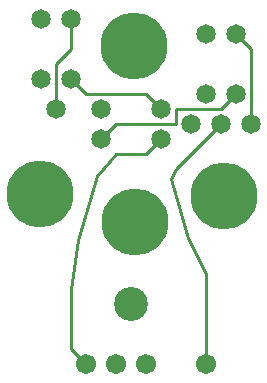
<source format=gtl>
%MOIN*%
%FSLAX25Y25*%
G04 D10 used for Character Trace; *
G04     Circle (OD=.01000) (No hole)*
G04 D11 used for Power Trace; *
G04     Circle (OD=.06700) (No hole)*
G04 D12 used for Signal Trace; *
G04     Circle (OD=.01100) (No hole)*
G04 D13 used for Via; *
G04     Circle (OD=.05800) (Round. Hole ID=.02800)*
G04 D14 used for Component hole; *
G04     Circle (OD=.06500) (Round. Hole ID=.03500)*
G04 D15 used for Component hole; *
G04     Circle (OD=.06700) (Round. Hole ID=.04300)*
G04 D16 used for Component hole; *
G04     Circle (OD=.08100) (Round. Hole ID=.05100)*
G04 D17 used for Component hole; *
G04     Circle (OD=.08900) (Round. Hole ID=.05900)*
G04 D18 used for Component hole; *
G04     Circle (OD=.11300) (Round. Hole ID=.08300)*
G04 D19 used for Component hole; *
G04     Circle (OD=.16000) (Round. Hole ID=.13000)*
G04 D20 used for Component hole; *
G04     Circle (OD=.18300) (Round. Hole ID=.15300)*
G04 D21 used for Component hole; *
G04     Circle (OD=.22291) (Round. Hole ID=.19291)*
%ADD10C,.01000*%
%ADD11C,.06700*%
%ADD12C,.01100*%
%ADD13C,.05800*%
%ADD14C,.06500*%
%ADD15C,.06700*%
%ADD16C,.08100*%
%ADD17C,.08900*%
%ADD18C,.11300*%
%ADD19C,.16000*%
%ADD20C,.18300*%
%ADD21C,.22291*%
%IPPOS*%
%LPD*%
G90*X0Y0D02*D12*X30000Y20000D02*X25000Y25000D01*  
D15*X30000Y20000D03*D12*X25000Y25000D02*Y45000D01*
D21*X46400Y67400D03*D18*X45000Y40000D03*D15*      
X50000Y20000D03*X40000D03*D21*X14600Y76500D03*D12*
X60000Y85000D02*X75000Y100000D01*D14*D03*D12*     
X60000Y105000D02*X75000D01*X60000Y100000D02*      
Y105000D01*X40000Y100000D02*X60000D01*            
X35000Y95000D02*X40000Y100000D01*D14*             
X35000Y95000D03*D12*X40000Y90000D02*X50000D01*    
X55000Y95000D01*D14*D03*Y105000D03*D12*           
X50000Y110000D01*X30000D01*X25000Y115000D01*D14*  
D03*D12*X20000Y105000D02*Y120000D01*D14*          
Y105000D03*X15000Y115000D03*X35000Y105000D03*D12* 
X20000Y120000D02*X25000Y125000D01*Y135000D01*D14* 
D03*X15000D03*D21*X46000Y126100D03*D14*           
X65000Y100000D03*X70000Y110000D03*Y130000D03*D12* 
X75000Y105000D02*X80000Y110000D01*D14*D03*        
X85000Y100000D03*D12*Y125000D01*X80000Y130000D01* 
D14*D03*D21*X75900Y75900D03*D12*X70000Y20000D02*  
Y50000D01*D15*Y20000D03*D10*X27466Y61350D02*      
X33533Y82550D01*X25000Y45000D02*X27466Y61350D01*  
X40000Y90000D02*X33533Y82550D01*X58316Y81483D02*  
X63983Y61816D01*X60000Y85000D02*X58316Y81483D01*  
X70000Y50000D02*X63983Y61816D01*M02*              

</source>
